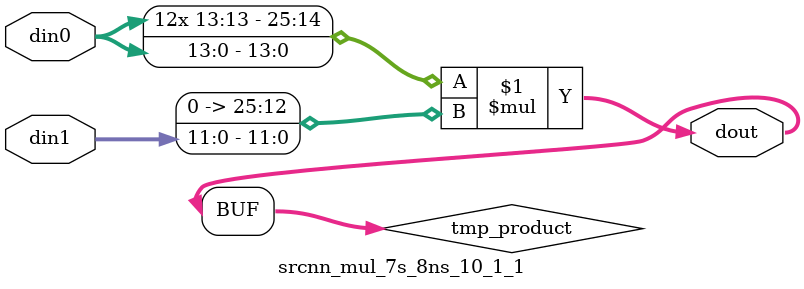
<source format=v>

`timescale 1 ns / 1 ps

  module srcnn_mul_7s_8ns_10_1_1(din0, din1, dout);
parameter ID = 1;
parameter NUM_STAGE = 0;
parameter din0_WIDTH = 14;
parameter din1_WIDTH = 12;
parameter dout_WIDTH = 26;

input [din0_WIDTH - 1 : 0] din0; 
input [din1_WIDTH - 1 : 0] din1; 
output [dout_WIDTH - 1 : 0] dout;

wire signed [dout_WIDTH - 1 : 0] tmp_product;












assign tmp_product = $signed(din0) * $signed({1'b0, din1});









assign dout = tmp_product;







endmodule

</source>
